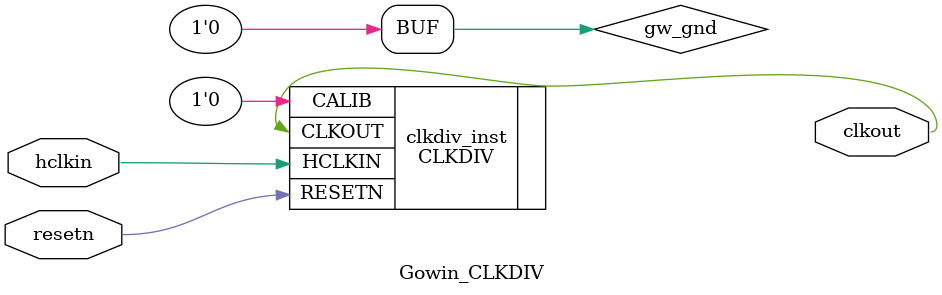
<source format=v>

module Gowin_CLKDIV (clkout, hclkin, resetn);

output clkout;
input hclkin;
input resetn;

wire gw_gnd;

assign gw_gnd = 1'b0;

CLKDIV clkdiv_inst (
    .CLKOUT(clkout),
    .HCLKIN(hclkin),
    .RESETN(resetn),
    .CALIB(gw_gnd)
);

defparam clkdiv_inst.DIV_MODE = "4";
defparam clkdiv_inst.GSREN = "false";

endmodule //Gowin_CLKDIV

</source>
